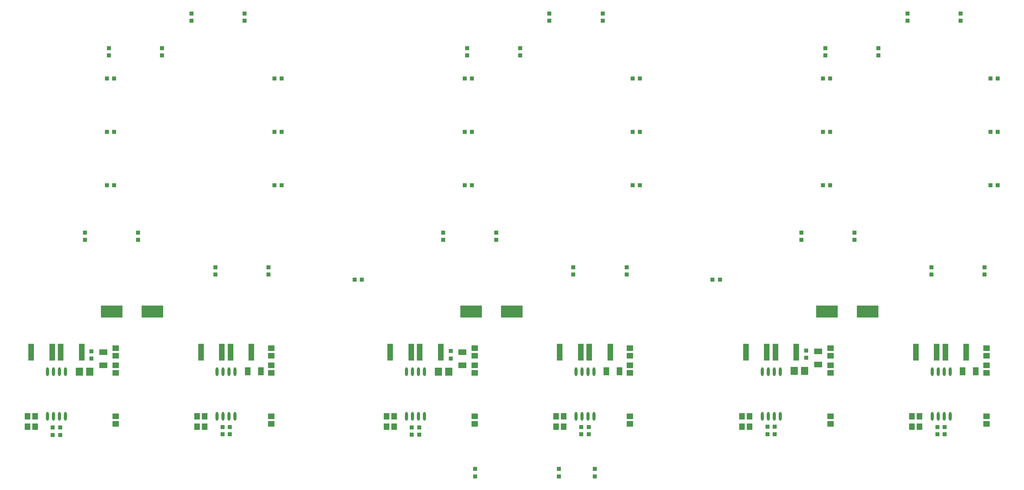
<source format=gtp>
G04*
G04 #@! TF.GenerationSoftware,Altium Limited,Altium Designer,18.1.11 (251)*
G04*
G04 Layer_Color=8421504*
%FSLAX25Y25*%
%MOIN*%
G70*
G01*
G75*
%ADD16O,0.02362X0.07284*%
%ADD17R,0.03543X0.03347*%
%ADD18R,0.18110X0.10236*%
%ADD19R,0.05118X0.05709*%
%ADD20R,0.05709X0.05118*%
%ADD21R,0.05118X0.07087*%
%ADD22R,0.04528X0.14173*%
%ADD23R,0.06299X0.06693*%
%ADD24R,0.07087X0.05118*%
%ADD25R,0.03347X0.03543*%
D16*
X784669Y291283D02*
D03*
X789669D02*
D03*
X794669D02*
D03*
X799669D02*
D03*
X784669Y328488D02*
D03*
X789669D02*
D03*
X794669D02*
D03*
X799669D02*
D03*
X642641Y291283D02*
D03*
X647641D02*
D03*
X652641D02*
D03*
X657641D02*
D03*
X642641Y328488D02*
D03*
X647641D02*
D03*
X652641D02*
D03*
X657641D02*
D03*
X487186Y291283D02*
D03*
X492186D02*
D03*
X497186D02*
D03*
X502186D02*
D03*
X487186Y328488D02*
D03*
X492186D02*
D03*
X497186D02*
D03*
X502186D02*
D03*
X345453Y291283D02*
D03*
X350453D02*
D03*
X355453D02*
D03*
X360453D02*
D03*
X345453Y328488D02*
D03*
X350453D02*
D03*
X355453D02*
D03*
X360453D02*
D03*
X187284Y291283D02*
D03*
X192283D02*
D03*
X197283D02*
D03*
X202284D02*
D03*
X187284Y328488D02*
D03*
X192283D02*
D03*
X197283D02*
D03*
X202284D02*
D03*
X45493Y291283D02*
D03*
X50493D02*
D03*
X55493D02*
D03*
X60493D02*
D03*
X45493Y328488D02*
D03*
X50493D02*
D03*
X55493D02*
D03*
X60493D02*
D03*
D17*
X502638Y247146D02*
D03*
Y241043D02*
D03*
X472638Y247146D02*
D03*
Y241043D02*
D03*
X402638Y247146D02*
D03*
Y241043D02*
D03*
X795259Y282256D02*
D03*
Y276154D02*
D03*
X789078Y282256D02*
D03*
Y276154D02*
D03*
X679435Y340273D02*
D03*
Y346376D02*
D03*
X653232Y282523D02*
D03*
Y276421D02*
D03*
X647051Y282523D02*
D03*
Y276421D02*
D03*
X497776Y282256D02*
D03*
Y276154D02*
D03*
X491595Y282256D02*
D03*
Y276154D02*
D03*
X382304Y339683D02*
D03*
Y345785D02*
D03*
X356044Y281933D02*
D03*
Y275831D02*
D03*
X349863Y281933D02*
D03*
Y275831D02*
D03*
X197874Y282256D02*
D03*
Y276154D02*
D03*
X191693Y282256D02*
D03*
Y276154D02*
D03*
X56083Y281835D02*
D03*
Y275732D02*
D03*
X49902Y281835D02*
D03*
Y275732D02*
D03*
X82185Y339584D02*
D03*
Y345687D02*
D03*
X828543Y409830D02*
D03*
Y415933D02*
D03*
X784154Y409830D02*
D03*
Y415933D02*
D03*
X719737Y438918D02*
D03*
Y445020D02*
D03*
X675315Y438918D02*
D03*
Y445020D02*
D03*
X695315Y599351D02*
D03*
Y593248D02*
D03*
X739737Y599351D02*
D03*
Y593248D02*
D03*
X808563Y628359D02*
D03*
Y622256D02*
D03*
X764173Y628359D02*
D03*
Y622256D02*
D03*
X529331Y409830D02*
D03*
Y415933D02*
D03*
X484941Y409830D02*
D03*
Y415933D02*
D03*
X420524Y438918D02*
D03*
Y445020D02*
D03*
X376102Y438918D02*
D03*
Y445020D02*
D03*
X509350Y628359D02*
D03*
Y622256D02*
D03*
X464961Y628359D02*
D03*
Y622256D02*
D03*
X440524Y599351D02*
D03*
Y593248D02*
D03*
X396102Y599351D02*
D03*
Y593248D02*
D03*
X230118Y415933D02*
D03*
Y409830D02*
D03*
X185728Y415933D02*
D03*
Y409830D02*
D03*
X121273Y445020D02*
D03*
Y438918D02*
D03*
X76850Y445020D02*
D03*
Y438918D02*
D03*
X96850Y593248D02*
D03*
Y599351D02*
D03*
X141273Y593248D02*
D03*
Y599351D02*
D03*
X210138Y622256D02*
D03*
Y628359D02*
D03*
X165650Y622256D02*
D03*
Y628359D02*
D03*
D18*
X133287Y379095D02*
D03*
X99232D02*
D03*
X433504D02*
D03*
X399449D02*
D03*
X730775D02*
D03*
X696720D02*
D03*
D19*
X767917Y282622D02*
D03*
X774216D02*
D03*
X767917Y291283D02*
D03*
X774216D02*
D03*
X625889Y282622D02*
D03*
X632189D02*
D03*
X625889Y291283D02*
D03*
X632189D02*
D03*
X470434Y282622D02*
D03*
X476733D02*
D03*
X470434Y291283D02*
D03*
X476733D02*
D03*
X328701Y282622D02*
D03*
X335001D02*
D03*
X328701Y291283D02*
D03*
X335001D02*
D03*
X170531Y282622D02*
D03*
X176831D02*
D03*
X170531Y291283D02*
D03*
X176831D02*
D03*
X28741Y282622D02*
D03*
X35040D02*
D03*
X28741Y291283D02*
D03*
X35040D02*
D03*
D20*
X830102Y291386D02*
D03*
Y285086D02*
D03*
Y327575D02*
D03*
Y333874D02*
D03*
Y341972D02*
D03*
Y348271D02*
D03*
X699748Y341972D02*
D03*
Y348271D02*
D03*
Y327575D02*
D03*
Y333874D02*
D03*
Y291386D02*
D03*
Y285086D02*
D03*
X532206Y291386D02*
D03*
Y285086D02*
D03*
Y327575D02*
D03*
Y333874D02*
D03*
Y341972D02*
D03*
Y348271D02*
D03*
X402519Y327575D02*
D03*
Y333874D02*
D03*
Y341972D02*
D03*
Y348271D02*
D03*
Y291386D02*
D03*
Y285086D02*
D03*
X232363Y327575D02*
D03*
Y333874D02*
D03*
Y341972D02*
D03*
Y348271D02*
D03*
Y291386D02*
D03*
Y285086D02*
D03*
X102303Y291386D02*
D03*
Y285086D02*
D03*
Y327575D02*
D03*
Y333874D02*
D03*
Y341972D02*
D03*
Y348271D02*
D03*
D21*
X810137Y329007D02*
D03*
X821161D02*
D03*
X512598Y328909D02*
D03*
X523622D02*
D03*
X212697Y328909D02*
D03*
X223720D02*
D03*
D22*
X813271Y344998D02*
D03*
X795751D02*
D03*
X788586D02*
D03*
X771066D02*
D03*
X671244D02*
D03*
X653724D02*
D03*
X646559D02*
D03*
X629039D02*
D03*
X515788D02*
D03*
X498268D02*
D03*
X491103D02*
D03*
X473583D02*
D03*
X374056D02*
D03*
X356536D02*
D03*
X349371D02*
D03*
X331851D02*
D03*
X215886D02*
D03*
X198366D02*
D03*
X191201D02*
D03*
X173681D02*
D03*
X49410D02*
D03*
X31890D02*
D03*
X74095D02*
D03*
X56575D02*
D03*
D23*
X669396Y329319D02*
D03*
X678057D02*
D03*
X372265Y328728D02*
D03*
X380926D02*
D03*
X72146Y328488D02*
D03*
X80807D02*
D03*
D24*
X689513Y345592D02*
D03*
Y334568D02*
D03*
X392284Y345057D02*
D03*
Y334034D02*
D03*
X92067Y344801D02*
D03*
Y333777D02*
D03*
D25*
X693405Y484488D02*
D03*
X699508D02*
D03*
X693405Y529134D02*
D03*
X699508D02*
D03*
X693405Y573780D02*
D03*
X699508D02*
D03*
X394193Y484488D02*
D03*
X400295D02*
D03*
X394193Y529134D02*
D03*
X400295D02*
D03*
X394193Y573780D02*
D03*
X400295D02*
D03*
X101083Y484488D02*
D03*
X94980D02*
D03*
X101083Y529134D02*
D03*
X94980D02*
D03*
X101083Y573780D02*
D03*
X94980D02*
D03*
X601279Y405512D02*
D03*
X607382D02*
D03*
X241154Y484449D02*
D03*
X235051D02*
D03*
X241154Y529134D02*
D03*
X235051D02*
D03*
X241154Y573819D02*
D03*
X235051D02*
D03*
X534303D02*
D03*
X540406D02*
D03*
X534303Y529134D02*
D03*
X540406D02*
D03*
X534303Y484449D02*
D03*
X540406D02*
D03*
X833516Y573819D02*
D03*
X839618D02*
D03*
X833516Y529134D02*
D03*
X839618D02*
D03*
X833516Y484449D02*
D03*
X839618D02*
D03*
X308169Y405512D02*
D03*
X302067D02*
D03*
M02*

</source>
